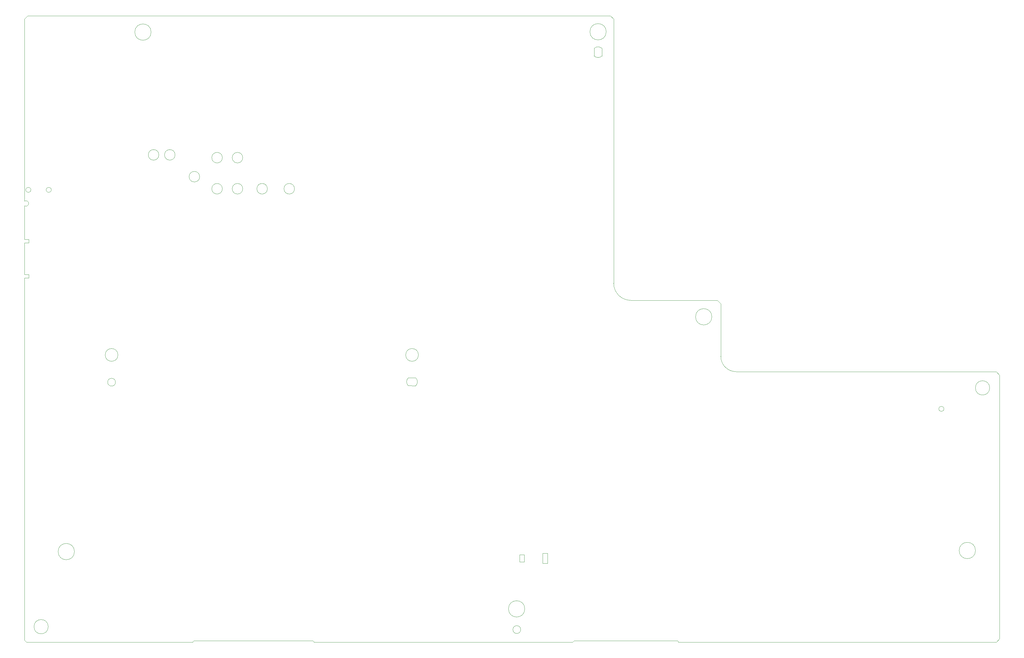
<source format=gm1>
G04 #@! TF.GenerationSoftware,KiCad,Pcbnew,7.0.8*
G04 #@! TF.CreationDate,2023-11-11T13:49:27+01:00*
G04 #@! TF.ProjectId,PCE,5043452e-6b69-4636-9164-5f7063625858,1.3*
G04 #@! TF.SameCoordinates,Original*
G04 #@! TF.FileFunction,Profile,NP*
%FSLAX46Y46*%
G04 Gerber Fmt 4.6, Leading zero omitted, Abs format (unit mm)*
G04 Created by KiCad (PCBNEW 7.0.8) date 2023-11-11 13:49:27*
%MOMM*%
%LPD*%
G01*
G04 APERTURE LIST*
G04 #@! TA.AperFunction,Profile*
%ADD10C,0.100000*%
G04 #@! TD*
G04 #@! TA.AperFunction,Profile*
%ADD11C,0.050000*%
G04 #@! TD*
G04 APERTURE END LIST*
D10*
X118200000Y-226100000D02*
X69325000Y-226100000D01*
X242000000Y-42750000D02*
X242000000Y-120500000D01*
X236250001Y-53598653D02*
G75*
G03*
X238549999Y-53598653I1149999J1149998D01*
G01*
X69646800Y-41750000D02*
X241000000Y-41750000D01*
X140150000Y-92675000D02*
G75*
G03*
X140150000Y-92675000I-1550000J0D01*
G01*
X132900000Y-83525000D02*
G75*
G03*
X132900000Y-83525000I-1550000J0D01*
G01*
X181574605Y-148324801D02*
G75*
G03*
X181574609Y-150624803I1149995J-1149999D01*
G01*
X230325000Y-225700000D02*
X260775000Y-225700000D01*
X118200000Y-226100000D02*
X118200000Y-225950000D01*
X68732400Y-96316800D02*
X68732400Y-42675000D01*
X95475000Y-149600000D02*
G75*
G03*
X95475000Y-149600000I-1150000J0D01*
G01*
X348400000Y-199125000D02*
G75*
G03*
X348400000Y-199125000I-2400000J0D01*
G01*
X241000000Y-41750000D02*
X242000000Y-42750000D01*
X113000000Y-82700000D02*
G75*
G03*
X113000000Y-82700000I-1550000J0D01*
G01*
X242000000Y-120500000D02*
G75*
G03*
X247000000Y-125500000I5000000J0D01*
G01*
X69325000Y-226100000D02*
X68732400Y-225501200D01*
X352575000Y-151275000D02*
G75*
G03*
X352575000Y-151275000I-2100000J0D01*
G01*
X69975000Y-117925000D02*
X69975000Y-118925000D01*
X247000000Y-125500000D02*
X272500000Y-125500000D01*
X355500000Y-147500000D02*
X355500000Y-225100000D01*
X273500000Y-142000000D02*
G75*
G03*
X278000000Y-146500000I4500000J0D01*
G01*
X239800000Y-46475000D02*
G75*
G03*
X239800000Y-46475000I-2400000J0D01*
G01*
X126900000Y-92675000D02*
G75*
G03*
X126900000Y-92675000I-1550000J0D01*
G01*
X69975000Y-107550000D02*
X68732400Y-107550000D01*
X184575000Y-141575000D02*
G75*
G03*
X184575000Y-141575000I-1875000J0D01*
G01*
X181574608Y-150624804D02*
X183798654Y-150625196D01*
X69975000Y-107550000D02*
X69975000Y-108550000D01*
X118450000Y-225700000D02*
X153550000Y-225700000D01*
X148125000Y-92675000D02*
G75*
G03*
X148125000Y-92675000I-1550000J0D01*
G01*
X120225000Y-89125000D02*
G75*
G03*
X120225000Y-89125000I-1550000J0D01*
G01*
X68732400Y-225501200D02*
X68732400Y-118925000D01*
X354500000Y-146500000D02*
X355500000Y-147500000D01*
X69975000Y-108550000D02*
X68732400Y-108550000D01*
X181574608Y-148324804D02*
X183798654Y-148325196D01*
X273500000Y-126500000D02*
X273500000Y-142000000D01*
X153800000Y-225950000D02*
X153550000Y-225700000D01*
X132900000Y-92675000D02*
G75*
G03*
X132900000Y-92675000I-1550000J0D01*
G01*
X68732400Y-107550000D02*
X68732400Y-97688400D01*
X229925000Y-226100000D02*
X230325000Y-225700000D01*
X214650000Y-222400000D02*
G75*
G03*
X214650000Y-222400000I-1150000J0D01*
G01*
X68732400Y-117925000D02*
X68732400Y-108550000D01*
X229925000Y-226100000D02*
X153800000Y-226100000D01*
X354500000Y-226100000D02*
X261025000Y-226100000D01*
X270875000Y-130350000D02*
G75*
G03*
X270875000Y-130350000I-2400000J0D01*
G01*
X355500000Y-225100000D02*
X354500000Y-226100000D01*
X238550391Y-51374609D02*
G75*
G03*
X236250393Y-51374609I-1149999J-1149998D01*
G01*
X183798657Y-150625199D02*
G75*
G03*
X183798653Y-148325197I-1149957J1149999D01*
G01*
X126900000Y-83525000D02*
G75*
G03*
X126900000Y-83525000I-1550000J0D01*
G01*
X68732400Y-97688400D02*
G75*
G03*
X68732400Y-96316800I412000J685800D01*
G01*
X108225000Y-82700000D02*
G75*
G03*
X108225000Y-82700000I-1550000J0D01*
G01*
X69975000Y-117925000D02*
X68732400Y-117925000D01*
X261025000Y-226100000D02*
X261025000Y-225950000D01*
X83400000Y-199450000D02*
G75*
G03*
X83400000Y-199450000I-2400000J0D01*
G01*
X236250392Y-51374608D02*
X236250000Y-53598654D01*
X261025000Y-225950000D02*
X260775000Y-225700000D01*
X105950000Y-46575000D02*
G75*
G03*
X105950000Y-46575000I-2400000J0D01*
G01*
X272500000Y-125500000D02*
X273500000Y-126500000D01*
X69975000Y-118925000D02*
X68732400Y-118925000D01*
X278000000Y-146500000D02*
X354500000Y-146500000D01*
X153800000Y-226100000D02*
X153800000Y-225950000D01*
X238550392Y-51374608D02*
X238550000Y-53598654D01*
X215850000Y-216300000D02*
G75*
G03*
X215850000Y-216300000I-2400000J0D01*
G01*
X75700000Y-221550000D02*
G75*
G03*
X75700000Y-221550000I-2100000J0D01*
G01*
X68732400Y-42675000D02*
X69646800Y-41750000D01*
X118200000Y-225950000D02*
X118450000Y-225700000D01*
X96200000Y-141575000D02*
G75*
G03*
X96200000Y-141575000I-1875000J0D01*
G01*
D11*
X214330000Y-200375000D02*
X215730000Y-200375000D01*
X215730000Y-200375000D02*
X215730000Y-202475000D01*
X215730000Y-202475000D02*
X214330000Y-202475000D01*
X214330000Y-202475000D02*
X214330000Y-200375000D01*
X221130000Y-199925000D02*
X222530000Y-199925000D01*
X222530000Y-199925000D02*
X222530000Y-202925000D01*
X222530000Y-202925000D02*
X221130000Y-202925000D01*
X221130000Y-202925000D02*
X221130000Y-199925000D01*
X339125417Y-157450000D02*
G75*
G03*
X339125417Y-157450000I-750417J0D01*
G01*
X70594400Y-93002600D02*
G75*
G03*
X70594400Y-93002600I-750000J0D01*
G01*
X76594400Y-93002600D02*
G75*
G03*
X76594400Y-93002600I-750000J0D01*
G01*
M02*

</source>
